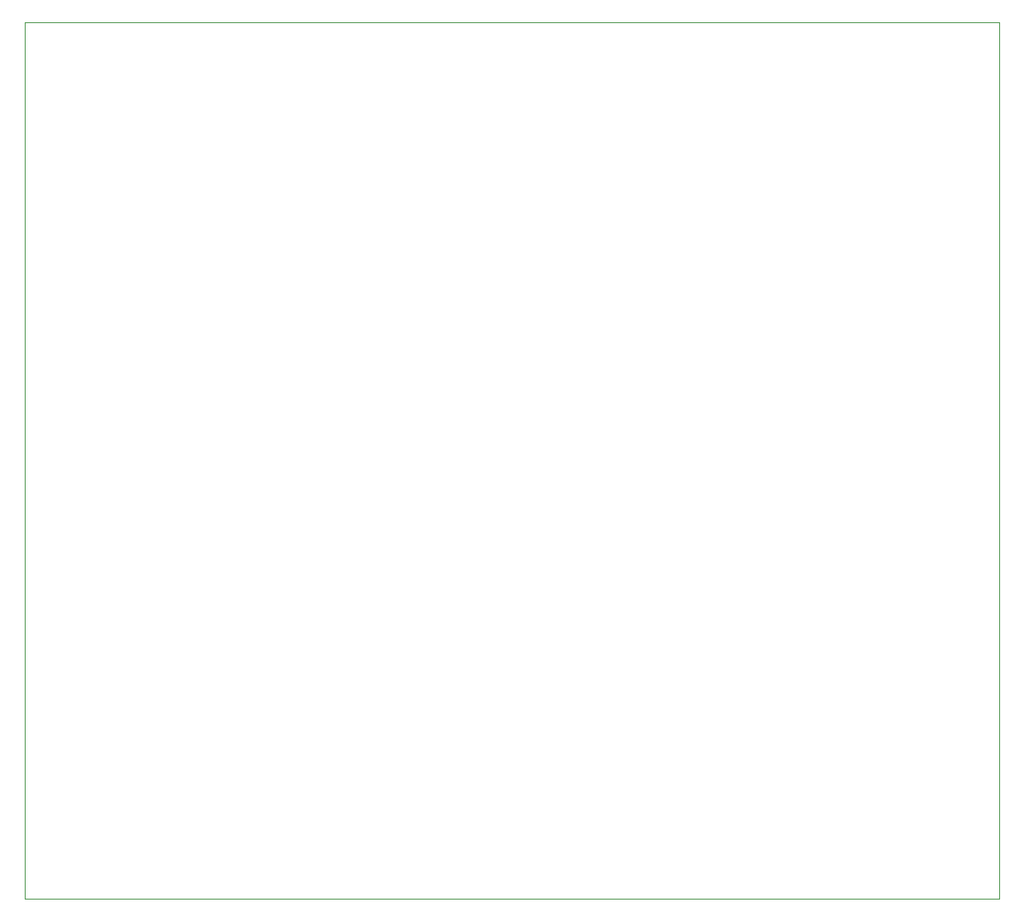
<source format=gbr>
%TF.GenerationSoftware,KiCad,Pcbnew,8.0.3*%
%TF.CreationDate,2024-06-10T17:44:00+09:00*%
%TF.ProjectId,ESP32_Master,45535033-325f-44d6-9173-7465722e6b69,rev?*%
%TF.SameCoordinates,Original*%
%TF.FileFunction,Profile,NP*%
%FSLAX46Y46*%
G04 Gerber Fmt 4.6, Leading zero omitted, Abs format (unit mm)*
G04 Created by KiCad (PCBNEW 8.0.3) date 2024-06-10 17:44:00*
%MOMM*%
%LPD*%
G01*
G04 APERTURE LIST*
%TA.AperFunction,Profile*%
%ADD10C,0.050000*%
%TD*%
G04 APERTURE END LIST*
D10*
X50000000Y-60050000D02*
X149950000Y-60050000D01*
X149950000Y-150000000D01*
X50000000Y-150000000D01*
X50000000Y-60050000D01*
M02*

</source>
